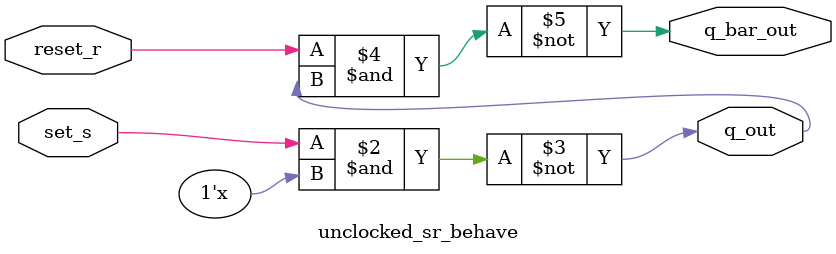
<source format=v>
module unclocked_sr_behave(set_s,reset_r,q_out,q_bar_out);
input set_s;
input reset_r;
output reg q_out, q_bar_out;
always@(set_s,reset_r)
 begin
    q_out=~(set_s&q_bar_out);
    q_bar_out=~(reset_r&q_out);
 end
 
 endmodule
 

</source>
